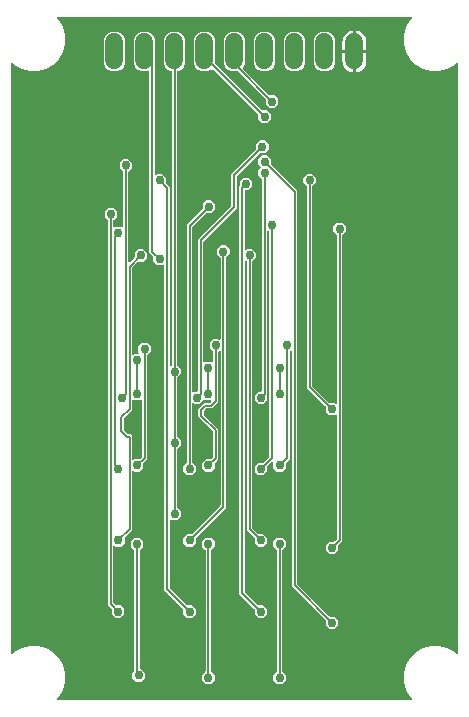
<source format=gbr>
G04 EAGLE Gerber RS-274X export*
G75*
%MOMM*%
%FSLAX34Y34*%
%LPD*%
%INBottom Copper*%
%IPPOS*%
%AMOC8*
5,1,8,0,0,1.08239X$1,22.5*%
G01*
%ADD10C,1.524000*%
%ADD11C,0.756400*%
%ADD12C,0.152400*%

G36*
X349606Y10934D02*
X349606Y10934D01*
X349678Y10936D01*
X349727Y10954D01*
X349778Y10962D01*
X349842Y10996D01*
X349909Y11021D01*
X349950Y11053D01*
X349996Y11078D01*
X350045Y11130D01*
X350101Y11174D01*
X350129Y11218D01*
X350165Y11256D01*
X350195Y11321D01*
X350234Y11381D01*
X350247Y11432D01*
X350269Y11479D01*
X350277Y11550D01*
X350294Y11620D01*
X350290Y11672D01*
X350296Y11723D01*
X350280Y11794D01*
X350275Y11865D01*
X350255Y11913D01*
X350243Y11964D01*
X350207Y12025D01*
X350179Y12091D01*
X350134Y12147D01*
X350117Y12175D01*
X350100Y12190D01*
X350074Y12222D01*
X348666Y13630D01*
X345156Y19709D01*
X343339Y26490D01*
X343339Y33510D01*
X345156Y40291D01*
X348666Y46370D01*
X353630Y51334D01*
X359709Y54844D01*
X366490Y56661D01*
X373510Y56661D01*
X380291Y54844D01*
X386370Y51334D01*
X387778Y49926D01*
X387836Y49884D01*
X387888Y49835D01*
X387935Y49813D01*
X387977Y49783D01*
X388046Y49762D01*
X388111Y49731D01*
X388163Y49726D01*
X388213Y49710D01*
X388284Y49712D01*
X388355Y49704D01*
X388406Y49715D01*
X388458Y49717D01*
X388526Y49741D01*
X388596Y49757D01*
X388641Y49783D01*
X388689Y49801D01*
X388745Y49846D01*
X388807Y49883D01*
X388841Y49922D01*
X388881Y49955D01*
X388920Y50015D01*
X388967Y50070D01*
X388986Y50118D01*
X389014Y50162D01*
X389032Y50231D01*
X389059Y50298D01*
X389067Y50369D01*
X389075Y50400D01*
X389073Y50424D01*
X389077Y50464D01*
X389077Y549536D01*
X389066Y549606D01*
X389064Y549678D01*
X389046Y549727D01*
X389038Y549778D01*
X389004Y549842D01*
X388979Y549909D01*
X388947Y549950D01*
X388922Y549996D01*
X388870Y550045D01*
X388826Y550101D01*
X388782Y550129D01*
X388744Y550165D01*
X388679Y550195D01*
X388619Y550234D01*
X388568Y550247D01*
X388521Y550269D01*
X388450Y550277D01*
X388380Y550294D01*
X388328Y550290D01*
X388277Y550296D01*
X388206Y550280D01*
X388135Y550275D01*
X388087Y550255D01*
X388036Y550243D01*
X387975Y550207D01*
X387909Y550179D01*
X387853Y550134D01*
X387825Y550117D01*
X387810Y550100D01*
X387778Y550074D01*
X386370Y548666D01*
X380291Y545156D01*
X373510Y543339D01*
X366490Y543339D01*
X359709Y545156D01*
X353630Y548666D01*
X348666Y553630D01*
X345156Y559709D01*
X343339Y566490D01*
X343339Y573510D01*
X345156Y580291D01*
X348666Y586370D01*
X350074Y587778D01*
X350116Y587836D01*
X350165Y587888D01*
X350187Y587935D01*
X350217Y587977D01*
X350238Y588046D01*
X350269Y588111D01*
X350274Y588163D01*
X350290Y588213D01*
X350288Y588284D01*
X350296Y588355D01*
X350285Y588406D01*
X350283Y588458D01*
X350259Y588526D01*
X350243Y588596D01*
X350217Y588641D01*
X350199Y588689D01*
X350154Y588745D01*
X350117Y588807D01*
X350078Y588841D01*
X350045Y588881D01*
X349985Y588920D01*
X349930Y588967D01*
X349882Y588986D01*
X349838Y589014D01*
X349769Y589032D01*
X349702Y589059D01*
X349631Y589067D01*
X349600Y589075D01*
X349576Y589073D01*
X349536Y589077D01*
X50464Y589077D01*
X50394Y589066D01*
X50322Y589064D01*
X50273Y589046D01*
X50222Y589038D01*
X50158Y589004D01*
X50091Y588979D01*
X50050Y588947D01*
X50004Y588922D01*
X49955Y588870D01*
X49899Y588826D01*
X49871Y588782D01*
X49835Y588744D01*
X49805Y588679D01*
X49766Y588619D01*
X49753Y588568D01*
X49731Y588521D01*
X49723Y588450D01*
X49706Y588380D01*
X49710Y588328D01*
X49704Y588277D01*
X49720Y588206D01*
X49725Y588135D01*
X49745Y588087D01*
X49757Y588036D01*
X49793Y587975D01*
X49821Y587909D01*
X49866Y587853D01*
X49883Y587825D01*
X49900Y587810D01*
X49926Y587778D01*
X51334Y586370D01*
X54844Y580291D01*
X56661Y573510D01*
X56661Y566490D01*
X54844Y559709D01*
X51334Y553630D01*
X46370Y548666D01*
X40291Y545156D01*
X33510Y543339D01*
X26490Y543339D01*
X19709Y545156D01*
X13630Y548666D01*
X12222Y550074D01*
X12164Y550116D01*
X12112Y550165D01*
X12065Y550187D01*
X12023Y550217D01*
X11954Y550238D01*
X11889Y550269D01*
X11837Y550274D01*
X11787Y550290D01*
X11716Y550288D01*
X11645Y550296D01*
X11594Y550285D01*
X11542Y550283D01*
X11474Y550259D01*
X11404Y550243D01*
X11359Y550217D01*
X11311Y550199D01*
X11255Y550154D01*
X11193Y550117D01*
X11159Y550078D01*
X11119Y550045D01*
X11080Y549985D01*
X11033Y549930D01*
X11014Y549882D01*
X10986Y549838D01*
X10968Y549769D01*
X10941Y549702D01*
X10933Y549631D01*
X10925Y549600D01*
X10927Y549576D01*
X10923Y549536D01*
X10923Y50464D01*
X10934Y50394D01*
X10936Y50322D01*
X10954Y50273D01*
X10962Y50222D01*
X10996Y50158D01*
X11021Y50091D01*
X11053Y50050D01*
X11078Y50004D01*
X11130Y49955D01*
X11174Y49899D01*
X11218Y49871D01*
X11256Y49835D01*
X11321Y49805D01*
X11381Y49766D01*
X11432Y49753D01*
X11479Y49731D01*
X11550Y49723D01*
X11620Y49706D01*
X11672Y49710D01*
X11723Y49704D01*
X11794Y49720D01*
X11865Y49725D01*
X11913Y49745D01*
X11964Y49757D01*
X12025Y49793D01*
X12091Y49821D01*
X12147Y49866D01*
X12175Y49883D01*
X12190Y49900D01*
X12222Y49926D01*
X13630Y51334D01*
X19709Y54844D01*
X26490Y56661D01*
X33510Y56661D01*
X40291Y54844D01*
X46370Y51334D01*
X51334Y46370D01*
X54844Y40291D01*
X56661Y33510D01*
X56661Y26490D01*
X54844Y19709D01*
X51334Y13630D01*
X49926Y12222D01*
X49884Y12164D01*
X49835Y12112D01*
X49813Y12065D01*
X49783Y12023D01*
X49762Y11954D01*
X49731Y11889D01*
X49726Y11837D01*
X49710Y11787D01*
X49712Y11716D01*
X49704Y11645D01*
X49715Y11594D01*
X49717Y11542D01*
X49741Y11474D01*
X49757Y11404D01*
X49783Y11359D01*
X49801Y11311D01*
X49846Y11255D01*
X49883Y11193D01*
X49922Y11159D01*
X49955Y11119D01*
X50015Y11080D01*
X50070Y11033D01*
X50118Y11014D01*
X50162Y10986D01*
X50231Y10968D01*
X50298Y10941D01*
X50369Y10933D01*
X50400Y10925D01*
X50424Y10927D01*
X50464Y10923D01*
X349536Y10923D01*
X349606Y10934D01*
G37*
%LPC*%
G36*
X280377Y70893D02*
X280377Y70893D01*
X277268Y74002D01*
X277268Y77957D01*
X277254Y78048D01*
X277246Y78138D01*
X277234Y78168D01*
X277229Y78200D01*
X277186Y78281D01*
X277150Y78365D01*
X277124Y78397D01*
X277113Y78418D01*
X277090Y78440D01*
X277045Y78496D01*
X248538Y107003D01*
X248538Y305871D01*
X248527Y305941D01*
X248525Y306013D01*
X248507Y306062D01*
X248499Y306113D01*
X248465Y306177D01*
X248440Y306244D01*
X248408Y306285D01*
X248383Y306331D01*
X248332Y306380D01*
X248287Y306436D01*
X248243Y306464D01*
X248205Y306500D01*
X248140Y306530D01*
X248080Y306569D01*
X248029Y306582D01*
X247982Y306604D01*
X247911Y306612D01*
X247841Y306629D01*
X247789Y306625D01*
X247738Y306631D01*
X247667Y306616D01*
X247596Y306610D01*
X247548Y306590D01*
X247497Y306579D01*
X247436Y306542D01*
X247370Y306514D01*
X247314Y306469D01*
X247286Y306452D01*
X247271Y306435D01*
X247239Y306409D01*
X246985Y306155D01*
X246932Y306081D01*
X246872Y306011D01*
X246860Y305981D01*
X246841Y305955D01*
X246814Y305868D01*
X246780Y305783D01*
X246776Y305742D01*
X246769Y305720D01*
X246770Y305688D01*
X246762Y305617D01*
X246762Y214953D01*
X243655Y211846D01*
X243602Y211772D01*
X243542Y211702D01*
X243530Y211672D01*
X243511Y211646D01*
X243484Y211559D01*
X243450Y211474D01*
X243446Y211433D01*
X243439Y211411D01*
X243440Y211379D01*
X243432Y211307D01*
X243432Y207352D01*
X240323Y204243D01*
X235927Y204243D01*
X232818Y207352D01*
X232818Y211872D01*
X232807Y211942D01*
X232805Y212014D01*
X232787Y212063D01*
X232779Y212114D01*
X232745Y212178D01*
X232720Y212245D01*
X232688Y212286D01*
X232663Y212332D01*
X232611Y212381D01*
X232567Y212437D01*
X232523Y212465D01*
X232485Y212501D01*
X232420Y212531D01*
X232360Y212570D01*
X232309Y212583D01*
X232262Y212605D01*
X232191Y212613D01*
X232121Y212630D01*
X232069Y212626D01*
X232018Y212632D01*
X231947Y212617D01*
X231876Y212611D01*
X231828Y212591D01*
X231777Y212580D01*
X231716Y212543D01*
X231650Y212515D01*
X231594Y212470D01*
X231566Y212453D01*
X231551Y212436D01*
X231519Y212410D01*
X227780Y208671D01*
X227727Y208597D01*
X227667Y208527D01*
X227655Y208497D01*
X227636Y208471D01*
X227609Y208384D01*
X227575Y208299D01*
X227571Y208258D01*
X227564Y208236D01*
X227565Y208204D01*
X227557Y208132D01*
X227557Y204177D01*
X224448Y201068D01*
X220052Y201068D01*
X216943Y204177D01*
X216943Y208573D01*
X220052Y211682D01*
X224007Y211682D01*
X224098Y211696D01*
X224188Y211704D01*
X224218Y211716D01*
X224250Y211721D01*
X224331Y211764D01*
X224415Y211800D01*
X224447Y211826D01*
X224468Y211837D01*
X224490Y211860D01*
X224546Y211905D01*
X229265Y216624D01*
X229318Y216698D01*
X229378Y216768D01*
X229390Y216798D01*
X229409Y216824D01*
X229436Y216911D01*
X229470Y216996D01*
X229474Y217037D01*
X229481Y217059D01*
X229480Y217091D01*
X229488Y217163D01*
X229488Y407217D01*
X229474Y407306D01*
X229466Y407397D01*
X229454Y407427D01*
X229449Y407459D01*
X229406Y407540D01*
X229370Y407624D01*
X229344Y407656D01*
X229333Y407677D01*
X229310Y407699D01*
X229265Y407755D01*
X229011Y408009D01*
X228953Y408051D01*
X228901Y408100D01*
X228854Y408122D01*
X228812Y408152D01*
X228743Y408174D01*
X228678Y408204D01*
X228626Y408209D01*
X228576Y408225D01*
X228505Y408223D01*
X228434Y408231D01*
X228383Y408220D01*
X228331Y408218D01*
X228263Y408194D01*
X228193Y408179D01*
X228148Y408152D01*
X228100Y408134D01*
X228044Y408089D01*
X227982Y408052D01*
X227948Y408013D01*
X227908Y407980D01*
X227869Y407920D01*
X227822Y407865D01*
X227803Y407817D01*
X227775Y407773D01*
X227757Y407704D01*
X227730Y407637D01*
X227722Y407566D01*
X227714Y407535D01*
X227716Y407512D01*
X227712Y407471D01*
X227712Y268904D01*
X227667Y268852D01*
X227655Y268822D01*
X227636Y268796D01*
X227609Y268709D01*
X227575Y268624D01*
X227571Y268583D01*
X227564Y268561D01*
X227565Y268529D01*
X227557Y268457D01*
X227557Y264502D01*
X224448Y261393D01*
X220052Y261393D01*
X216943Y264502D01*
X216943Y268898D01*
X220052Y272007D01*
X222377Y272007D01*
X222397Y272010D01*
X222416Y272008D01*
X222518Y272030D01*
X222620Y272046D01*
X222637Y272056D01*
X222657Y272060D01*
X222746Y272113D01*
X222837Y272162D01*
X222851Y272176D01*
X222868Y272186D01*
X222935Y272265D01*
X223007Y272340D01*
X223015Y272358D01*
X223028Y272373D01*
X223067Y272469D01*
X223110Y272563D01*
X223112Y272583D01*
X223120Y272601D01*
X223138Y272768D01*
X223138Y451667D01*
X223124Y451757D01*
X223116Y451848D01*
X223104Y451877D01*
X223099Y451909D01*
X223056Y451990D01*
X223020Y452074D01*
X222994Y452106D01*
X222983Y452127D01*
X222960Y452149D01*
X222944Y452169D01*
X222939Y452177D01*
X222934Y452182D01*
X222915Y452205D01*
X220118Y455002D01*
X220118Y459398D01*
X222144Y461424D01*
X222156Y461440D01*
X222172Y461453D01*
X222228Y461540D01*
X222288Y461624D01*
X222294Y461643D01*
X222305Y461660D01*
X222330Y461760D01*
X222360Y461859D01*
X222360Y461879D01*
X222365Y461898D01*
X222357Y462001D01*
X222354Y462105D01*
X222347Y462124D01*
X222345Y462144D01*
X222305Y462238D01*
X222269Y462336D01*
X222257Y462352D01*
X222249Y462370D01*
X222144Y462501D01*
X220118Y464527D01*
X220118Y468923D01*
X223227Y472032D01*
X227623Y472032D01*
X230732Y468923D01*
X230732Y464968D01*
X230746Y464877D01*
X230754Y464787D01*
X230766Y464757D01*
X230771Y464725D01*
X230814Y464644D01*
X230850Y464560D01*
X230876Y464528D01*
X230887Y464507D01*
X230910Y464485D01*
X230955Y464429D01*
X253112Y442272D01*
X253112Y109213D01*
X253126Y109122D01*
X253134Y109032D01*
X253146Y109002D01*
X253151Y108970D01*
X253194Y108889D01*
X253230Y108805D01*
X253256Y108773D01*
X253267Y108752D01*
X253290Y108730D01*
X253335Y108674D01*
X280279Y81730D01*
X280353Y81677D01*
X280423Y81617D01*
X280453Y81605D01*
X280479Y81586D01*
X280566Y81559D01*
X280651Y81525D01*
X280692Y81521D01*
X280714Y81514D01*
X280746Y81515D01*
X280818Y81507D01*
X284773Y81507D01*
X287882Y78398D01*
X287882Y74002D01*
X284773Y70893D01*
X280377Y70893D01*
G37*
%LPD*%
%LPC*%
G36*
X99402Y80418D02*
X99402Y80418D01*
X96293Y83527D01*
X96293Y87482D01*
X96279Y87573D01*
X96271Y87663D01*
X96259Y87693D01*
X96254Y87725D01*
X96211Y87806D01*
X96175Y87890D01*
X96149Y87922D01*
X96138Y87943D01*
X96115Y87965D01*
X96070Y88021D01*
X92963Y91128D01*
X92963Y416742D01*
X92949Y416832D01*
X92941Y416923D01*
X92929Y416952D01*
X92924Y416984D01*
X92881Y417065D01*
X92845Y417149D01*
X92819Y417181D01*
X92808Y417202D01*
X92785Y417224D01*
X92740Y417280D01*
X89943Y420077D01*
X89943Y424473D01*
X93052Y427582D01*
X97448Y427582D01*
X100557Y424473D01*
X100557Y420077D01*
X97760Y417280D01*
X97707Y417206D01*
X97647Y417136D01*
X97635Y417106D01*
X97616Y417080D01*
X97589Y416993D01*
X97555Y416908D01*
X97551Y416867D01*
X97544Y416845D01*
X97545Y416813D01*
X97537Y416742D01*
X97537Y411679D01*
X97548Y411609D01*
X97550Y411537D01*
X97568Y411488D01*
X97576Y411437D01*
X97610Y411373D01*
X97635Y411306D01*
X97667Y411265D01*
X97692Y411219D01*
X97744Y411170D01*
X97788Y411114D01*
X97832Y411086D01*
X97870Y411050D01*
X97935Y411020D01*
X97995Y410981D01*
X98046Y410968D01*
X98093Y410946D01*
X98164Y410938D01*
X98234Y410921D01*
X98286Y410925D01*
X98337Y410919D01*
X98408Y410934D01*
X98479Y410940D01*
X98527Y410960D01*
X98578Y410971D01*
X98639Y411008D01*
X98705Y411036D01*
X98761Y411081D01*
X98789Y411098D01*
X98804Y411115D01*
X98836Y411141D01*
X99402Y411707D01*
X103798Y411707D01*
X104364Y411141D01*
X104422Y411099D01*
X104474Y411050D01*
X104521Y411028D01*
X104563Y410998D01*
X104632Y410976D01*
X104697Y410946D01*
X104749Y410941D01*
X104799Y410925D01*
X104870Y410927D01*
X104941Y410919D01*
X104992Y410930D01*
X105044Y410932D01*
X105112Y410956D01*
X105182Y410971D01*
X105227Y410998D01*
X105275Y411016D01*
X105331Y411061D01*
X105393Y411098D01*
X105427Y411137D01*
X105467Y411170D01*
X105506Y411230D01*
X105553Y411285D01*
X105572Y411333D01*
X105600Y411377D01*
X105618Y411446D01*
X105645Y411513D01*
X105653Y411584D01*
X105661Y411615D01*
X105659Y411638D01*
X105663Y411679D01*
X105663Y458017D01*
X105649Y458107D01*
X105641Y458198D01*
X105629Y458227D01*
X105624Y458259D01*
X105581Y458340D01*
X105545Y458424D01*
X105519Y458456D01*
X105508Y458477D01*
X105485Y458499D01*
X105440Y458555D01*
X102643Y461352D01*
X102643Y465748D01*
X105752Y468857D01*
X110148Y468857D01*
X113257Y465748D01*
X113257Y461352D01*
X110460Y458555D01*
X110407Y458481D01*
X110347Y458411D01*
X110335Y458381D01*
X110316Y458355D01*
X110289Y458268D01*
X110255Y458183D01*
X110251Y458142D01*
X110244Y458120D01*
X110245Y458088D01*
X110237Y458017D01*
X110237Y382008D01*
X110248Y381938D01*
X110250Y381866D01*
X110268Y381817D01*
X110276Y381766D01*
X110310Y381702D01*
X110335Y381635D01*
X110367Y381594D01*
X110392Y381548D01*
X110444Y381499D01*
X110488Y381443D01*
X110532Y381415D01*
X110570Y381379D01*
X110635Y381349D01*
X110695Y381310D01*
X110746Y381297D01*
X110793Y381275D01*
X110864Y381267D01*
X110934Y381250D01*
X110986Y381254D01*
X111037Y381248D01*
X111108Y381263D01*
X111179Y381269D01*
X111227Y381289D01*
X111278Y381300D01*
X111339Y381337D01*
X111405Y381365D01*
X111461Y381410D01*
X111489Y381427D01*
X111504Y381444D01*
X111536Y381470D01*
X115120Y385054D01*
X115173Y385128D01*
X115233Y385198D01*
X115245Y385228D01*
X115264Y385254D01*
X115291Y385341D01*
X115325Y385426D01*
X115329Y385467D01*
X115336Y385489D01*
X115335Y385521D01*
X115343Y385593D01*
X115343Y389548D01*
X118452Y392657D01*
X122848Y392657D01*
X125957Y389548D01*
X125957Y385152D01*
X122848Y382043D01*
X118893Y382043D01*
X118802Y382029D01*
X118712Y382021D01*
X118682Y382009D01*
X118650Y382004D01*
X118569Y381961D01*
X118485Y381925D01*
X118453Y381899D01*
X118432Y381888D01*
X118410Y381865D01*
X118354Y381820D01*
X113635Y377101D01*
X113582Y377027D01*
X113522Y376957D01*
X113510Y376927D01*
X113491Y376901D01*
X113464Y376814D01*
X113430Y376729D01*
X113426Y376688D01*
X113419Y376666D01*
X113420Y376634D01*
X113412Y376562D01*
X113412Y303729D01*
X113423Y303659D01*
X113425Y303587D01*
X113443Y303538D01*
X113451Y303487D01*
X113485Y303423D01*
X113510Y303356D01*
X113542Y303315D01*
X113567Y303269D01*
X113619Y303220D01*
X113663Y303164D01*
X113707Y303136D01*
X113745Y303100D01*
X113810Y303070D01*
X113870Y303031D01*
X113921Y303018D01*
X113968Y302996D01*
X114039Y302988D01*
X114109Y302971D01*
X114161Y302975D01*
X114212Y302969D01*
X114283Y302984D01*
X114354Y302990D01*
X114402Y303010D01*
X114453Y303021D01*
X114514Y303058D01*
X114580Y303086D01*
X114636Y303131D01*
X114664Y303148D01*
X114679Y303165D01*
X114711Y303191D01*
X115277Y303757D01*
X118701Y303757D01*
X118771Y303768D01*
X118843Y303770D01*
X118892Y303788D01*
X118943Y303796D01*
X119007Y303830D01*
X119074Y303855D01*
X119115Y303887D01*
X119161Y303912D01*
X119210Y303964D01*
X119266Y304008D01*
X119294Y304052D01*
X119330Y304090D01*
X119360Y304155D01*
X119399Y304215D01*
X119412Y304266D01*
X119434Y304313D01*
X119442Y304384D01*
X119459Y304454D01*
X119455Y304506D01*
X119461Y304557D01*
X119446Y304628D01*
X119440Y304699D01*
X119420Y304747D01*
X119409Y304798D01*
X119372Y304859D01*
X119344Y304925D01*
X119299Y304981D01*
X119282Y305009D01*
X119265Y305024D01*
X119239Y305056D01*
X118518Y305777D01*
X118518Y310173D01*
X121627Y313282D01*
X126023Y313282D01*
X129132Y310173D01*
X129132Y305777D01*
X126335Y302980D01*
X126287Y302913D01*
X126283Y302910D01*
X126282Y302906D01*
X126222Y302836D01*
X126210Y302806D01*
X126191Y302780D01*
X126164Y302693D01*
X126130Y302608D01*
X126126Y302567D01*
X126119Y302545D01*
X126120Y302513D01*
X126112Y302442D01*
X126112Y214953D01*
X123005Y211846D01*
X122952Y211772D01*
X122892Y211702D01*
X122880Y211672D01*
X122861Y211646D01*
X122834Y211559D01*
X122800Y211474D01*
X122796Y211433D01*
X122789Y211411D01*
X122790Y211379D01*
X122782Y211307D01*
X122782Y207352D01*
X119673Y204243D01*
X115277Y204243D01*
X114711Y204809D01*
X114653Y204851D01*
X114601Y204900D01*
X114554Y204922D01*
X114512Y204952D01*
X114443Y204974D01*
X114378Y205004D01*
X114326Y205009D01*
X114276Y205025D01*
X114205Y205023D01*
X114134Y205031D01*
X114083Y205020D01*
X114031Y205018D01*
X113963Y204994D01*
X113893Y204979D01*
X113848Y204952D01*
X113800Y204934D01*
X113744Y204889D01*
X113682Y204852D01*
X113648Y204813D01*
X113608Y204780D01*
X113569Y204720D01*
X113522Y204665D01*
X113503Y204617D01*
X113475Y204573D01*
X113457Y204504D01*
X113430Y204437D01*
X113422Y204366D01*
X113414Y204335D01*
X113416Y204312D01*
X113412Y204271D01*
X113412Y154628D01*
X107130Y148346D01*
X107077Y148272D01*
X107017Y148202D01*
X107005Y148172D01*
X106986Y148146D01*
X106959Y148059D01*
X106925Y147974D01*
X106921Y147933D01*
X106914Y147911D01*
X106915Y147879D01*
X106907Y147807D01*
X106907Y143852D01*
X103798Y140743D01*
X99402Y140743D01*
X98836Y141309D01*
X98778Y141351D01*
X98726Y141400D01*
X98679Y141422D01*
X98637Y141452D01*
X98568Y141474D01*
X98503Y141504D01*
X98451Y141509D01*
X98401Y141525D01*
X98330Y141523D01*
X98259Y141531D01*
X98208Y141520D01*
X98156Y141518D01*
X98088Y141494D01*
X98018Y141479D01*
X97973Y141452D01*
X97925Y141434D01*
X97869Y141389D01*
X97807Y141352D01*
X97773Y141313D01*
X97733Y141280D01*
X97694Y141220D01*
X97647Y141165D01*
X97628Y141117D01*
X97600Y141073D01*
X97582Y141004D01*
X97555Y140937D01*
X97547Y140866D01*
X97539Y140835D01*
X97541Y140812D01*
X97537Y140771D01*
X97537Y93338D01*
X97551Y93247D01*
X97559Y93157D01*
X97571Y93127D01*
X97576Y93095D01*
X97619Y93014D01*
X97655Y92930D01*
X97681Y92898D01*
X97692Y92877D01*
X97715Y92855D01*
X97760Y92799D01*
X99304Y91255D01*
X99378Y91202D01*
X99448Y91142D01*
X99478Y91130D01*
X99504Y91111D01*
X99591Y91084D01*
X99676Y91050D01*
X99717Y91046D01*
X99739Y91039D01*
X99771Y91040D01*
X99843Y91032D01*
X103798Y91032D01*
X106907Y87923D01*
X106907Y83527D01*
X103798Y80418D01*
X99402Y80418D01*
G37*
%LPD*%
%LPC*%
G36*
X159727Y80418D02*
X159727Y80418D01*
X156618Y83527D01*
X156618Y87483D01*
X156604Y87573D01*
X156596Y87664D01*
X156584Y87693D01*
X156579Y87725D01*
X156536Y87806D01*
X156500Y87890D01*
X156474Y87922D01*
X156463Y87943D01*
X156440Y87965D01*
X156395Y88021D01*
X142151Y102265D01*
X140588Y103828D01*
X140588Y378896D01*
X140577Y378966D01*
X140575Y379038D01*
X140557Y379087D01*
X140549Y379138D01*
X140515Y379202D01*
X140490Y379269D01*
X140458Y379310D01*
X140433Y379356D01*
X140381Y379405D01*
X140337Y379461D01*
X140293Y379489D01*
X140255Y379525D01*
X140190Y379555D01*
X140130Y379594D01*
X140079Y379607D01*
X140032Y379629D01*
X139961Y379637D01*
X139891Y379654D01*
X139839Y379650D01*
X139788Y379656D01*
X139717Y379641D01*
X139646Y379635D01*
X139598Y379615D01*
X139547Y379604D01*
X139486Y379567D01*
X139420Y379539D01*
X139364Y379494D01*
X139336Y379477D01*
X139321Y379460D01*
X139289Y379434D01*
X138723Y378868D01*
X134327Y378868D01*
X131218Y381977D01*
X131218Y385932D01*
X131204Y386023D01*
X131196Y386113D01*
X131184Y386143D01*
X131179Y386175D01*
X131136Y386256D01*
X131100Y386340D01*
X131074Y386372D01*
X131063Y386393D01*
X131040Y386415D01*
X130995Y386471D01*
X127888Y389578D01*
X127888Y543036D01*
X127881Y543081D01*
X127883Y543127D01*
X127861Y543202D01*
X127849Y543279D01*
X127827Y543319D01*
X127814Y543363D01*
X127770Y543427D01*
X127733Y543496D01*
X127700Y543528D01*
X127674Y543565D01*
X127612Y543612D01*
X127555Y543665D01*
X127513Y543685D01*
X127477Y543712D01*
X127403Y543736D01*
X127332Y543769D01*
X127286Y543774D01*
X127243Y543788D01*
X127165Y543788D01*
X127088Y543796D01*
X127043Y543786D01*
X126997Y543786D01*
X126865Y543748D01*
X126847Y543744D01*
X126843Y543741D01*
X126836Y543739D01*
X125619Y543235D01*
X121981Y543235D01*
X118620Y544627D01*
X116047Y547200D01*
X114655Y550561D01*
X114655Y569439D01*
X116047Y572800D01*
X118620Y575373D01*
X121981Y576765D01*
X125619Y576765D01*
X128980Y575373D01*
X131553Y572800D01*
X132945Y569439D01*
X132945Y550561D01*
X132520Y549535D01*
X132505Y549471D01*
X132480Y549410D01*
X132471Y549327D01*
X132464Y549295D01*
X132465Y549276D01*
X132462Y549244D01*
X132462Y456129D01*
X132473Y456059D01*
X132475Y455987D01*
X132493Y455938D01*
X132501Y455887D01*
X132535Y455823D01*
X132560Y455756D01*
X132592Y455715D01*
X132617Y455669D01*
X132669Y455620D01*
X132713Y455564D01*
X132757Y455536D01*
X132795Y455500D01*
X132860Y455470D01*
X132920Y455431D01*
X132971Y455418D01*
X133018Y455396D01*
X133089Y455388D01*
X133159Y455371D01*
X133211Y455375D01*
X133262Y455369D01*
X133333Y455384D01*
X133404Y455390D01*
X133452Y455410D01*
X133503Y455421D01*
X133564Y455458D01*
X133630Y455486D01*
X133686Y455531D01*
X133714Y455548D01*
X133729Y455565D01*
X133761Y455591D01*
X134327Y456157D01*
X138723Y456157D01*
X141832Y453048D01*
X141832Y449093D01*
X141846Y449002D01*
X141854Y448912D01*
X141866Y448882D01*
X141871Y448850D01*
X141914Y448769D01*
X141950Y448685D01*
X141976Y448653D01*
X141987Y448632D01*
X142010Y448610D01*
X142055Y448554D01*
X145162Y445447D01*
X145162Y294204D01*
X145173Y294134D01*
X145175Y294062D01*
X145193Y294013D01*
X145201Y293962D01*
X145235Y293898D01*
X145260Y293831D01*
X145292Y293790D01*
X145317Y293744D01*
X145368Y293695D01*
X145413Y293639D01*
X145457Y293611D01*
X145495Y293575D01*
X145560Y293545D01*
X145620Y293506D01*
X145671Y293493D01*
X145718Y293471D01*
X145789Y293463D01*
X145859Y293446D01*
X145911Y293450D01*
X145962Y293444D01*
X146033Y293459D01*
X146104Y293465D01*
X146152Y293485D01*
X146203Y293496D01*
X146264Y293533D01*
X146330Y293561D01*
X146386Y293606D01*
X146414Y293623D01*
X146429Y293640D01*
X146461Y293666D01*
X146715Y293920D01*
X146768Y293994D01*
X146828Y294064D01*
X146840Y294094D01*
X146859Y294120D01*
X146886Y294207D01*
X146920Y294292D01*
X146924Y294333D01*
X146931Y294355D01*
X146930Y294387D01*
X146938Y294458D01*
X146938Y542910D01*
X146919Y543025D01*
X146902Y543141D01*
X146900Y543147D01*
X146899Y543153D01*
X146844Y543255D01*
X146791Y543360D01*
X146786Y543365D01*
X146783Y543370D01*
X146699Y543450D01*
X146615Y543532D01*
X146609Y543536D01*
X146605Y543540D01*
X146588Y543547D01*
X146468Y543613D01*
X144020Y544627D01*
X141447Y547200D01*
X140055Y550561D01*
X140055Y569439D01*
X141447Y572800D01*
X144020Y575373D01*
X147381Y576765D01*
X151019Y576765D01*
X154380Y575373D01*
X156953Y572800D01*
X158345Y569439D01*
X158345Y550561D01*
X156953Y547200D01*
X154380Y544627D01*
X151982Y543634D01*
X151882Y543572D01*
X151782Y543513D01*
X151778Y543508D01*
X151773Y543504D01*
X151698Y543414D01*
X151622Y543326D01*
X151620Y543320D01*
X151616Y543315D01*
X151574Y543207D01*
X151530Y543097D01*
X151529Y543090D01*
X151528Y543085D01*
X151527Y543067D01*
X151512Y542931D01*
X151512Y294458D01*
X151526Y294368D01*
X151534Y294277D01*
X151546Y294248D01*
X151551Y294216D01*
X151594Y294135D01*
X151630Y294051D01*
X151656Y294019D01*
X151667Y293998D01*
X151690Y293976D01*
X151735Y293920D01*
X154532Y291123D01*
X154532Y286727D01*
X151735Y283930D01*
X151682Y283856D01*
X151622Y283786D01*
X151610Y283756D01*
X151591Y283730D01*
X151564Y283643D01*
X151530Y283558D01*
X151526Y283517D01*
X151519Y283495D01*
X151520Y283463D01*
X151512Y283392D01*
X151512Y234133D01*
X151526Y234043D01*
X151534Y233952D01*
X151546Y233923D01*
X151551Y233891D01*
X151594Y233810D01*
X151630Y233726D01*
X151656Y233694D01*
X151667Y233673D01*
X151690Y233651D01*
X151735Y233595D01*
X154532Y230798D01*
X154532Y226402D01*
X151735Y223605D01*
X151682Y223531D01*
X151622Y223461D01*
X151610Y223431D01*
X151591Y223405D01*
X151564Y223318D01*
X151530Y223233D01*
X151526Y223192D01*
X151519Y223170D01*
X151520Y223138D01*
X151512Y223067D01*
X151512Y173808D01*
X151514Y173798D01*
X151513Y173791D01*
X151520Y173756D01*
X151526Y173718D01*
X151534Y173627D01*
X151546Y173598D01*
X151551Y173566D01*
X151594Y173485D01*
X151630Y173401D01*
X151656Y173369D01*
X151667Y173348D01*
X151690Y173326D01*
X151735Y173270D01*
X154532Y170473D01*
X154532Y166077D01*
X151423Y162968D01*
X147027Y162968D01*
X146461Y163534D01*
X146403Y163576D01*
X146351Y163625D01*
X146304Y163647D01*
X146262Y163677D01*
X146193Y163699D01*
X146128Y163729D01*
X146076Y163734D01*
X146026Y163750D01*
X145955Y163748D01*
X145884Y163756D01*
X145833Y163745D01*
X145781Y163743D01*
X145713Y163719D01*
X145643Y163704D01*
X145598Y163677D01*
X145550Y163659D01*
X145494Y163614D01*
X145432Y163577D01*
X145398Y163538D01*
X145358Y163505D01*
X145319Y163445D01*
X145272Y163390D01*
X145253Y163342D01*
X145225Y163298D01*
X145207Y163229D01*
X145180Y163162D01*
X145172Y163091D01*
X145164Y163060D01*
X145166Y163037D01*
X145162Y162996D01*
X145162Y106038D01*
X145176Y105947D01*
X145184Y105857D01*
X145196Y105827D01*
X145201Y105795D01*
X145244Y105714D01*
X145280Y105630D01*
X145306Y105598D01*
X145317Y105577D01*
X145340Y105555D01*
X145385Y105499D01*
X159629Y91255D01*
X159703Y91202D01*
X159773Y91142D01*
X159803Y91130D01*
X159829Y91111D01*
X159916Y91084D01*
X160001Y91050D01*
X160042Y91046D01*
X160064Y91039D01*
X160096Y91040D01*
X160167Y91032D01*
X164123Y91032D01*
X167232Y87923D01*
X167232Y83527D01*
X164123Y80418D01*
X159727Y80418D01*
G37*
%LPD*%
%LPC*%
G36*
X159727Y140743D02*
X159727Y140743D01*
X156618Y143852D01*
X156618Y148248D01*
X159727Y151357D01*
X163682Y151357D01*
X163773Y151371D01*
X163863Y151379D01*
X163893Y151391D01*
X163925Y151396D01*
X164006Y151439D01*
X164090Y151475D01*
X164122Y151501D01*
X164143Y151512D01*
X164165Y151535D01*
X164221Y151580D01*
X187990Y175349D01*
X188043Y175423D01*
X188103Y175493D01*
X188115Y175523D01*
X188134Y175549D01*
X188161Y175636D01*
X188195Y175721D01*
X188199Y175762D01*
X188206Y175784D01*
X188205Y175816D01*
X188213Y175888D01*
X188213Y305871D01*
X188202Y305941D01*
X188200Y306013D01*
X188182Y306062D01*
X188174Y306113D01*
X188140Y306177D01*
X188115Y306244D01*
X188083Y306285D01*
X188058Y306331D01*
X188007Y306380D01*
X187962Y306436D01*
X187918Y306464D01*
X187880Y306500D01*
X187815Y306530D01*
X187755Y306569D01*
X187704Y306582D01*
X187657Y306604D01*
X187586Y306612D01*
X187516Y306629D01*
X187464Y306625D01*
X187413Y306631D01*
X187342Y306616D01*
X187271Y306610D01*
X187223Y306590D01*
X187172Y306579D01*
X187111Y306542D01*
X187045Y306514D01*
X186989Y306469D01*
X186961Y306452D01*
X186946Y306435D01*
X186914Y306409D01*
X186660Y306155D01*
X186607Y306081D01*
X186547Y306011D01*
X186535Y305981D01*
X186516Y305955D01*
X186489Y305868D01*
X186455Y305783D01*
X186451Y305742D01*
X186444Y305720D01*
X186445Y305688D01*
X186437Y305617D01*
X186437Y263213D01*
X181005Y257781D01*
X176549Y257781D01*
X176459Y257767D01*
X176368Y257759D01*
X176338Y257747D01*
X176306Y257742D01*
X176226Y257699D01*
X176142Y257663D01*
X176110Y257637D01*
X176089Y257626D01*
X176067Y257603D01*
X176011Y257558D01*
X174242Y255789D01*
X174195Y255724D01*
X174183Y255712D01*
X174181Y255706D01*
X174129Y255646D01*
X174117Y255616D01*
X174098Y255590D01*
X174071Y255503D01*
X174037Y255418D01*
X174033Y255377D01*
X174026Y255354D01*
X174027Y255322D01*
X174019Y255251D01*
X174019Y252749D01*
X174033Y252659D01*
X174041Y252568D01*
X174053Y252538D01*
X174058Y252506D01*
X174101Y252426D01*
X174137Y252342D01*
X174163Y252310D01*
X174174Y252289D01*
X174197Y252267D01*
X174242Y252211D01*
X186437Y240016D01*
X186437Y214953D01*
X184874Y213390D01*
X183330Y211846D01*
X183277Y211772D01*
X183217Y211702D01*
X183205Y211672D01*
X183186Y211646D01*
X183159Y211559D01*
X183125Y211474D01*
X183121Y211433D01*
X183114Y211411D01*
X183115Y211379D01*
X183107Y211307D01*
X183107Y207352D01*
X179998Y204243D01*
X175602Y204243D01*
X172493Y207352D01*
X172493Y211748D01*
X175602Y214857D01*
X179557Y214857D01*
X179648Y214871D01*
X179738Y214879D01*
X179768Y214891D01*
X179800Y214896D01*
X179881Y214939D01*
X179965Y214975D01*
X179997Y215001D01*
X180018Y215012D01*
X180040Y215035D01*
X180096Y215080D01*
X181640Y216624D01*
X181693Y216698D01*
X181753Y216768D01*
X181765Y216798D01*
X181784Y216824D01*
X181811Y216911D01*
X181845Y216996D01*
X181849Y217037D01*
X181856Y217059D01*
X181855Y217091D01*
X181863Y217162D01*
X181863Y237806D01*
X181862Y237813D01*
X181862Y237815D01*
X181861Y237822D01*
X181849Y237896D01*
X181841Y237987D01*
X181829Y238017D01*
X181824Y238049D01*
X181781Y238129D01*
X181745Y238213D01*
X181719Y238245D01*
X181708Y238266D01*
X181685Y238288D01*
X181640Y238344D01*
X169445Y250539D01*
X169445Y257461D01*
X174339Y262355D01*
X178795Y262355D01*
X178885Y262369D01*
X178976Y262377D01*
X179006Y262389D01*
X179038Y262394D01*
X179119Y262437D01*
X179203Y262473D01*
X179235Y262499D01*
X179256Y262510D01*
X179278Y262533D01*
X179334Y262578D01*
X180025Y263269D01*
X180067Y263327D01*
X180116Y263379D01*
X180138Y263426D01*
X180168Y263468D01*
X180189Y263537D01*
X180220Y263602D01*
X180225Y263654D01*
X180241Y263704D01*
X180239Y263775D01*
X180247Y263846D01*
X180236Y263897D01*
X180234Y263949D01*
X180210Y264017D01*
X180195Y264087D01*
X180168Y264132D01*
X180150Y264180D01*
X180105Y264236D01*
X180068Y264298D01*
X180029Y264332D01*
X179996Y264372D01*
X179936Y264411D01*
X179881Y264458D01*
X179833Y264477D01*
X179789Y264505D01*
X179720Y264523D01*
X179653Y264550D01*
X179582Y264558D01*
X179551Y264566D01*
X179527Y264564D01*
X179487Y264568D01*
X175602Y264568D01*
X174881Y265289D01*
X174823Y265331D01*
X174771Y265380D01*
X174724Y265402D01*
X174682Y265432D01*
X174613Y265454D01*
X174548Y265484D01*
X174496Y265489D01*
X174446Y265505D01*
X174375Y265503D01*
X174304Y265511D01*
X174253Y265500D01*
X174201Y265498D01*
X174133Y265474D01*
X174063Y265459D01*
X174018Y265432D01*
X173970Y265414D01*
X173914Y265369D01*
X173852Y265332D01*
X173818Y265293D01*
X173778Y265260D01*
X173739Y265200D01*
X173692Y265145D01*
X173673Y265097D01*
X173645Y265053D01*
X173627Y264984D01*
X173600Y264917D01*
X173592Y264846D01*
X173584Y264815D01*
X173586Y264792D01*
X173582Y264751D01*
X173582Y264502D01*
X170473Y261393D01*
X166077Y261393D01*
X165511Y261959D01*
X165453Y262001D01*
X165401Y262050D01*
X165354Y262072D01*
X165312Y262102D01*
X165243Y262124D01*
X165178Y262154D01*
X165126Y262159D01*
X165076Y262175D01*
X165005Y262173D01*
X164934Y262181D01*
X164883Y262170D01*
X164831Y262168D01*
X164763Y262144D01*
X164693Y262129D01*
X164648Y262102D01*
X164600Y262084D01*
X164544Y262039D01*
X164482Y262002D01*
X164448Y261963D01*
X164408Y261930D01*
X164369Y261870D01*
X164322Y261815D01*
X164303Y261767D01*
X164275Y261723D01*
X164257Y261654D01*
X164230Y261587D01*
X164222Y261516D01*
X164214Y261485D01*
X164216Y261462D01*
X164212Y261421D01*
X164212Y211908D01*
X164226Y211818D01*
X164234Y211727D01*
X164246Y211698D01*
X164251Y211666D01*
X164294Y211585D01*
X164330Y211501D01*
X164356Y211469D01*
X164367Y211448D01*
X164390Y211426D01*
X164400Y211414D01*
X164407Y211402D01*
X164415Y211395D01*
X164435Y211370D01*
X167232Y208573D01*
X167232Y204177D01*
X164123Y201068D01*
X159727Y201068D01*
X156618Y204177D01*
X156618Y208573D01*
X159415Y211370D01*
X159460Y211432D01*
X159491Y211465D01*
X159496Y211477D01*
X159528Y211514D01*
X159540Y211544D01*
X159559Y211570D01*
X159586Y211657D01*
X159620Y211742D01*
X159624Y211783D01*
X159631Y211805D01*
X159630Y211837D01*
X159638Y211908D01*
X159638Y413222D01*
X172745Y426329D01*
X172798Y426403D01*
X172858Y426473D01*
X172870Y426503D01*
X172889Y426529D01*
X172916Y426616D01*
X172950Y426701D01*
X172954Y426742D01*
X172961Y426764D01*
X172960Y426796D01*
X172968Y426868D01*
X172968Y430823D01*
X176077Y433932D01*
X180473Y433932D01*
X183582Y430823D01*
X183582Y426427D01*
X180473Y423318D01*
X176518Y423318D01*
X176427Y423304D01*
X176337Y423296D01*
X176307Y423284D01*
X176275Y423279D01*
X176194Y423236D01*
X176110Y423200D01*
X176078Y423174D01*
X176057Y423163D01*
X176035Y423140D01*
X175979Y423095D01*
X164435Y411551D01*
X164382Y411477D01*
X164322Y411407D01*
X164310Y411377D01*
X164291Y411351D01*
X164264Y411264D01*
X164230Y411179D01*
X164226Y411138D01*
X164219Y411116D01*
X164220Y411084D01*
X164212Y411012D01*
X164212Y271979D01*
X164223Y271909D01*
X164225Y271837D01*
X164243Y271788D01*
X164251Y271737D01*
X164285Y271673D01*
X164310Y271606D01*
X164342Y271565D01*
X164367Y271519D01*
X164419Y271470D01*
X164463Y271414D01*
X164507Y271386D01*
X164545Y271350D01*
X164610Y271320D01*
X164670Y271281D01*
X164721Y271268D01*
X164768Y271246D01*
X164839Y271238D01*
X164909Y271221D01*
X164961Y271225D01*
X165012Y271219D01*
X165083Y271234D01*
X165154Y271240D01*
X165202Y271260D01*
X165253Y271271D01*
X165314Y271308D01*
X165380Y271336D01*
X165436Y271381D01*
X165464Y271398D01*
X165479Y271415D01*
X165511Y271441D01*
X166077Y272007D01*
X168402Y272007D01*
X168422Y272010D01*
X168441Y272008D01*
X168543Y272030D01*
X168645Y272046D01*
X168662Y272056D01*
X168682Y272060D01*
X168771Y272113D01*
X168862Y272162D01*
X168876Y272176D01*
X168893Y272186D01*
X168960Y272265D01*
X169032Y272340D01*
X169040Y272358D01*
X169053Y272373D01*
X169092Y272469D01*
X169135Y272563D01*
X169137Y272583D01*
X169145Y272601D01*
X169163Y272768D01*
X169163Y400947D01*
X197078Y428862D01*
X197131Y428936D01*
X197190Y429005D01*
X197203Y429035D01*
X197221Y429061D01*
X197248Y429148D01*
X197282Y429233D01*
X197287Y429274D01*
X197294Y429297D01*
X197293Y429329D01*
X197301Y429400D01*
X197301Y456440D01*
X217990Y477129D01*
X218043Y477203D01*
X218103Y477273D01*
X218115Y477303D01*
X218134Y477329D01*
X218161Y477416D01*
X218195Y477501D01*
X218199Y477542D01*
X218206Y477564D01*
X218205Y477596D01*
X218213Y477668D01*
X218213Y481623D01*
X221322Y484732D01*
X225718Y484732D01*
X228827Y481623D01*
X228827Y477227D01*
X225718Y474118D01*
X221763Y474118D01*
X221672Y474104D01*
X221582Y474096D01*
X221552Y474084D01*
X221520Y474079D01*
X221439Y474036D01*
X221355Y474000D01*
X221323Y473974D01*
X221302Y473963D01*
X221280Y473940D01*
X221224Y473895D01*
X202097Y454768D01*
X202044Y454694D01*
X201985Y454625D01*
X201972Y454595D01*
X201954Y454569D01*
X201927Y454482D01*
X201893Y454397D01*
X201888Y454356D01*
X201881Y454333D01*
X201882Y454301D01*
X201874Y454230D01*
X201874Y427190D01*
X173960Y399276D01*
X173907Y399202D01*
X173847Y399132D01*
X173835Y399102D01*
X173816Y399076D01*
X173789Y398989D01*
X173755Y398904D01*
X173751Y398863D01*
X173744Y398841D01*
X173745Y398809D01*
X173737Y398737D01*
X173737Y297379D01*
X173748Y297309D01*
X173750Y297237D01*
X173768Y297188D01*
X173776Y297137D01*
X173810Y297073D01*
X173835Y297006D01*
X173867Y296965D01*
X173892Y296919D01*
X173944Y296870D01*
X173988Y296814D01*
X174032Y296786D01*
X174070Y296750D01*
X174135Y296720D01*
X174195Y296681D01*
X174246Y296668D01*
X174293Y296646D01*
X174364Y296638D01*
X174434Y296621D01*
X174486Y296625D01*
X174537Y296619D01*
X174608Y296634D01*
X174679Y296640D01*
X174727Y296660D01*
X174778Y296671D01*
X174839Y296708D01*
X174905Y296736D01*
X174961Y296781D01*
X174989Y296798D01*
X175004Y296815D01*
X175036Y296841D01*
X175602Y297407D01*
X179998Y297407D01*
X180564Y296841D01*
X180622Y296799D01*
X180674Y296750D01*
X180721Y296728D01*
X180763Y296698D01*
X180832Y296676D01*
X180897Y296646D01*
X180949Y296641D01*
X180999Y296625D01*
X181070Y296627D01*
X181141Y296619D01*
X181192Y296630D01*
X181244Y296632D01*
X181312Y296656D01*
X181382Y296671D01*
X181427Y296698D01*
X181475Y296716D01*
X181531Y296761D01*
X181593Y296798D01*
X181627Y296837D01*
X181667Y296870D01*
X181706Y296930D01*
X181753Y296985D01*
X181772Y297033D01*
X181800Y297077D01*
X181818Y297146D01*
X181845Y297213D01*
X181853Y297284D01*
X181861Y297315D01*
X181859Y297338D01*
X181863Y297379D01*
X181863Y305617D01*
X181849Y305707D01*
X181841Y305798D01*
X181829Y305827D01*
X181824Y305859D01*
X181781Y305940D01*
X181745Y306024D01*
X181719Y306056D01*
X181708Y306077D01*
X181685Y306099D01*
X181640Y306155D01*
X178843Y308952D01*
X178843Y313348D01*
X181952Y316457D01*
X186348Y316457D01*
X186914Y315891D01*
X186972Y315849D01*
X187024Y315800D01*
X187071Y315778D01*
X187113Y315748D01*
X187182Y315726D01*
X187247Y315696D01*
X187299Y315691D01*
X187349Y315675D01*
X187420Y315677D01*
X187491Y315669D01*
X187542Y315680D01*
X187594Y315682D01*
X187662Y315706D01*
X187732Y315721D01*
X187777Y315748D01*
X187825Y315766D01*
X187881Y315811D01*
X187943Y315848D01*
X187977Y315887D01*
X188017Y315920D01*
X188056Y315980D01*
X188103Y316035D01*
X188122Y316083D01*
X188150Y316127D01*
X188168Y316196D01*
X188195Y316263D01*
X188203Y316334D01*
X188211Y316365D01*
X188209Y316388D01*
X188213Y316429D01*
X188213Y384992D01*
X188199Y385082D01*
X188191Y385173D01*
X188179Y385202D01*
X188174Y385234D01*
X188131Y385315D01*
X188095Y385399D01*
X188069Y385431D01*
X188058Y385452D01*
X188035Y385474D01*
X187990Y385530D01*
X185193Y388327D01*
X185193Y392723D01*
X188302Y395832D01*
X192698Y395832D01*
X195807Y392723D01*
X195807Y388327D01*
X193010Y385530D01*
X192957Y385456D01*
X192897Y385386D01*
X192885Y385356D01*
X192866Y385330D01*
X192839Y385243D01*
X192805Y385158D01*
X192801Y385117D01*
X192794Y385095D01*
X192795Y385063D01*
X192787Y384992D01*
X192787Y173678D01*
X167455Y148346D01*
X167402Y148272D01*
X167342Y148202D01*
X167330Y148172D01*
X167311Y148146D01*
X167284Y148059D01*
X167250Y147974D01*
X167246Y147933D01*
X167239Y147911D01*
X167240Y147879D01*
X167232Y147807D01*
X167232Y143852D01*
X164123Y140743D01*
X159727Y140743D01*
G37*
%LPD*%
%LPC*%
G36*
X220052Y80418D02*
X220052Y80418D01*
X216943Y83527D01*
X216943Y87482D01*
X216929Y87573D01*
X216921Y87663D01*
X216909Y87693D01*
X216904Y87725D01*
X216861Y87806D01*
X216825Y87890D01*
X216799Y87922D01*
X216788Y87943D01*
X216765Y87965D01*
X216720Y88021D01*
X204088Y100653D01*
X204088Y445471D01*
X204133Y445523D01*
X204145Y445553D01*
X204164Y445579D01*
X204191Y445666D01*
X204225Y445751D01*
X204229Y445792D01*
X204236Y445814D01*
X204235Y445846D01*
X204243Y445918D01*
X204243Y449873D01*
X207352Y452982D01*
X211748Y452982D01*
X214857Y449873D01*
X214857Y445477D01*
X211748Y442368D01*
X209423Y442368D01*
X209403Y442365D01*
X209384Y442367D01*
X209282Y442345D01*
X209180Y442329D01*
X209163Y442319D01*
X209143Y442315D01*
X209054Y442262D01*
X208963Y442213D01*
X208949Y442199D01*
X208932Y442189D01*
X208865Y442110D01*
X208793Y442035D01*
X208785Y442017D01*
X208772Y442002D01*
X208733Y441906D01*
X208690Y441812D01*
X208688Y441792D01*
X208680Y441774D01*
X208662Y441607D01*
X208662Y392629D01*
X208673Y392559D01*
X208675Y392487D01*
X208693Y392438D01*
X208701Y392387D01*
X208735Y392323D01*
X208760Y392256D01*
X208792Y392215D01*
X208817Y392169D01*
X208869Y392120D01*
X208913Y392064D01*
X208957Y392036D01*
X208995Y392000D01*
X209060Y391970D01*
X209120Y391931D01*
X209171Y391918D01*
X209218Y391896D01*
X209289Y391888D01*
X209359Y391871D01*
X209411Y391875D01*
X209462Y391869D01*
X209533Y391884D01*
X209604Y391890D01*
X209652Y391910D01*
X209703Y391921D01*
X209764Y391958D01*
X209830Y391986D01*
X209886Y392031D01*
X209914Y392048D01*
X209929Y392065D01*
X209961Y392091D01*
X210527Y392657D01*
X214923Y392657D01*
X218032Y389548D01*
X218032Y385152D01*
X215235Y382355D01*
X215182Y382281D01*
X215122Y382211D01*
X215110Y382181D01*
X215091Y382155D01*
X215064Y382068D01*
X215030Y381983D01*
X215026Y381942D01*
X215019Y381920D01*
X215020Y381888D01*
X215012Y381817D01*
X215012Y156838D01*
X215026Y156747D01*
X215034Y156657D01*
X215046Y156627D01*
X215051Y156595D01*
X215094Y156514D01*
X215130Y156430D01*
X215156Y156398D01*
X215167Y156377D01*
X215190Y156355D01*
X215235Y156299D01*
X219954Y151580D01*
X220028Y151527D01*
X220098Y151467D01*
X220128Y151455D01*
X220154Y151436D01*
X220241Y151409D01*
X220326Y151375D01*
X220367Y151371D01*
X220389Y151364D01*
X220421Y151365D01*
X220493Y151357D01*
X224448Y151357D01*
X227557Y148248D01*
X227557Y143852D01*
X224448Y140743D01*
X220052Y140743D01*
X216943Y143852D01*
X216943Y147807D01*
X216929Y147898D01*
X216921Y147988D01*
X216909Y148018D01*
X216904Y148050D01*
X216861Y148131D01*
X216825Y148215D01*
X216799Y148247D01*
X216788Y148268D01*
X216765Y148290D01*
X216720Y148346D01*
X210438Y154628D01*
X210438Y381817D01*
X210424Y381906D01*
X210416Y381997D01*
X210404Y382027D01*
X210399Y382059D01*
X210356Y382140D01*
X210320Y382224D01*
X210294Y382256D01*
X210283Y382277D01*
X210260Y382299D01*
X210215Y382355D01*
X209961Y382609D01*
X209903Y382651D01*
X209851Y382700D01*
X209804Y382722D01*
X209762Y382752D01*
X209693Y382774D01*
X209628Y382804D01*
X209576Y382809D01*
X209526Y382825D01*
X209455Y382823D01*
X209384Y382831D01*
X209333Y382820D01*
X209281Y382818D01*
X209213Y382794D01*
X209143Y382779D01*
X209098Y382752D01*
X209050Y382734D01*
X208994Y382689D01*
X208932Y382652D01*
X208898Y382613D01*
X208858Y382580D01*
X208819Y382520D01*
X208772Y382465D01*
X208753Y382417D01*
X208725Y382373D01*
X208707Y382304D01*
X208680Y382237D01*
X208672Y382166D01*
X208664Y382135D01*
X208666Y382112D01*
X208662Y382071D01*
X208662Y102863D01*
X208676Y102772D01*
X208684Y102682D01*
X208696Y102652D01*
X208701Y102620D01*
X208744Y102539D01*
X208780Y102455D01*
X208806Y102423D01*
X208817Y102402D01*
X208840Y102380D01*
X208885Y102324D01*
X219954Y91255D01*
X220028Y91202D01*
X220098Y91142D01*
X220128Y91130D01*
X220154Y91111D01*
X220241Y91084D01*
X220326Y91050D01*
X220367Y91046D01*
X220389Y91039D01*
X220421Y91040D01*
X220493Y91032D01*
X224448Y91032D01*
X227557Y87923D01*
X227557Y83527D01*
X224448Y80418D01*
X220052Y80418D01*
G37*
%LPD*%
%LPC*%
G36*
X280377Y134393D02*
X280377Y134393D01*
X277268Y137502D01*
X277268Y141898D01*
X280377Y145007D01*
X284332Y145007D01*
X284423Y145021D01*
X284513Y145029D01*
X284543Y145041D01*
X284575Y145046D01*
X284656Y145089D01*
X284740Y145125D01*
X284772Y145151D01*
X284793Y145162D01*
X284815Y145185D01*
X284871Y145230D01*
X286415Y146774D01*
X286468Y146848D01*
X286528Y146918D01*
X286540Y146948D01*
X286559Y146974D01*
X286586Y147061D01*
X286620Y147146D01*
X286624Y147187D01*
X286631Y147209D01*
X286630Y147241D01*
X286638Y147313D01*
X286638Y251896D01*
X286627Y251966D01*
X286625Y252038D01*
X286607Y252087D01*
X286599Y252138D01*
X286565Y252202D01*
X286540Y252269D01*
X286508Y252310D01*
X286483Y252356D01*
X286431Y252405D01*
X286387Y252461D01*
X286343Y252489D01*
X286305Y252525D01*
X286240Y252555D01*
X286180Y252594D01*
X286129Y252607D01*
X286082Y252629D01*
X286011Y252637D01*
X285941Y252654D01*
X285889Y252650D01*
X285838Y252656D01*
X285767Y252641D01*
X285696Y252635D01*
X285648Y252615D01*
X285597Y252604D01*
X285536Y252567D01*
X285470Y252539D01*
X285414Y252494D01*
X285386Y252477D01*
X285371Y252460D01*
X285339Y252434D01*
X284773Y251868D01*
X280377Y251868D01*
X277268Y254977D01*
X277268Y258932D01*
X277254Y259023D01*
X277246Y259113D01*
X277234Y259143D01*
X277229Y259175D01*
X277186Y259256D01*
X277150Y259340D01*
X277124Y259372D01*
X277113Y259393D01*
X277090Y259415D01*
X277045Y259471D01*
X261238Y275278D01*
X261238Y445317D01*
X261224Y445407D01*
X261216Y445498D01*
X261204Y445527D01*
X261199Y445559D01*
X261156Y445640D01*
X261120Y445724D01*
X261094Y445756D01*
X261083Y445777D01*
X261060Y445799D01*
X261015Y445855D01*
X258218Y448652D01*
X258218Y453048D01*
X261327Y456157D01*
X265723Y456157D01*
X268832Y453048D01*
X268832Y448652D01*
X266035Y445855D01*
X265982Y445781D01*
X265922Y445711D01*
X265910Y445681D01*
X265891Y445655D01*
X265864Y445568D01*
X265830Y445483D01*
X265826Y445442D01*
X265819Y445420D01*
X265820Y445388D01*
X265812Y445317D01*
X265812Y277488D01*
X265826Y277397D01*
X265834Y277307D01*
X265846Y277277D01*
X265851Y277245D01*
X265894Y277164D01*
X265930Y277080D01*
X265956Y277048D01*
X265967Y277027D01*
X265990Y277005D01*
X266035Y276949D01*
X280279Y262705D01*
X280353Y262652D01*
X280423Y262592D01*
X280453Y262580D01*
X280479Y262561D01*
X280566Y262534D01*
X280651Y262500D01*
X280692Y262496D01*
X280714Y262489D01*
X280746Y262490D01*
X280818Y262482D01*
X284773Y262482D01*
X285339Y261916D01*
X285397Y261874D01*
X285449Y261825D01*
X285496Y261803D01*
X285538Y261773D01*
X285607Y261751D01*
X285672Y261721D01*
X285724Y261716D01*
X285774Y261700D01*
X285845Y261702D01*
X285916Y261694D01*
X285967Y261705D01*
X286019Y261707D01*
X286087Y261731D01*
X286157Y261746D01*
X286202Y261773D01*
X286250Y261791D01*
X286306Y261836D01*
X286368Y261873D01*
X286402Y261912D01*
X286442Y261945D01*
X286481Y262005D01*
X286528Y262060D01*
X286547Y262108D01*
X286575Y262152D01*
X286593Y262221D01*
X286620Y262288D01*
X286628Y262359D01*
X286636Y262390D01*
X286634Y262413D01*
X286638Y262454D01*
X286638Y404042D01*
X286624Y404132D01*
X286616Y404223D01*
X286604Y404252D01*
X286599Y404284D01*
X286556Y404365D01*
X286520Y404449D01*
X286494Y404481D01*
X286483Y404502D01*
X286460Y404524D01*
X286415Y404580D01*
X283618Y407377D01*
X283618Y411773D01*
X286727Y414882D01*
X291123Y414882D01*
X294232Y411773D01*
X294232Y407377D01*
X291435Y404580D01*
X291382Y404506D01*
X291322Y404436D01*
X291310Y404406D01*
X291291Y404380D01*
X291264Y404293D01*
X291230Y404208D01*
X291226Y404167D01*
X291219Y404145D01*
X291220Y404113D01*
X291212Y404042D01*
X291212Y145103D01*
X288105Y141996D01*
X288052Y141922D01*
X287992Y141852D01*
X287980Y141822D01*
X287961Y141796D01*
X287934Y141709D01*
X287900Y141624D01*
X287896Y141583D01*
X287889Y141561D01*
X287890Y141529D01*
X287882Y141457D01*
X287882Y137502D01*
X284773Y134393D01*
X280377Y134393D01*
G37*
%LPD*%
%LPC*%
G36*
X223227Y499518D02*
X223227Y499518D01*
X220118Y502627D01*
X220118Y506582D01*
X220104Y506673D01*
X220096Y506763D01*
X220084Y506793D01*
X220079Y506825D01*
X220036Y506906D01*
X220000Y506990D01*
X219974Y507022D01*
X219963Y507043D01*
X219940Y507065D01*
X219895Y507121D01*
X181623Y545393D01*
X181606Y545405D01*
X181594Y545421D01*
X181507Y545477D01*
X181423Y545537D01*
X181404Y545543D01*
X181387Y545554D01*
X181287Y545579D01*
X181188Y545609D01*
X181168Y545609D01*
X181149Y545614D01*
X181046Y545606D01*
X180942Y545603D01*
X180923Y545596D01*
X180903Y545595D01*
X180808Y545554D01*
X180711Y545519D01*
X180695Y545506D01*
X180677Y545498D01*
X180546Y545393D01*
X179780Y544627D01*
X176419Y543235D01*
X172781Y543235D01*
X169420Y544627D01*
X166847Y547200D01*
X165455Y550561D01*
X165455Y569439D01*
X166847Y572800D01*
X169420Y575373D01*
X172781Y576765D01*
X176419Y576765D01*
X179780Y575373D01*
X182353Y572800D01*
X183745Y569439D01*
X183745Y550561D01*
X183699Y550450D01*
X183672Y550337D01*
X183643Y550223D01*
X183644Y550216D01*
X183643Y550210D01*
X183653Y550094D01*
X183663Y549978D01*
X183665Y549972D01*
X183666Y549966D01*
X183714Y549858D01*
X183759Y549751D01*
X183763Y549745D01*
X183766Y549741D01*
X183778Y549727D01*
X183864Y549620D01*
X223129Y510355D01*
X223203Y510302D01*
X223273Y510242D01*
X223303Y510230D01*
X223329Y510211D01*
X223416Y510184D01*
X223501Y510150D01*
X223542Y510146D01*
X223564Y510139D01*
X223596Y510140D01*
X223668Y510132D01*
X227623Y510132D01*
X230732Y507023D01*
X230732Y502627D01*
X227623Y499518D01*
X223227Y499518D01*
G37*
%LPD*%
%LPC*%
G36*
X229577Y512218D02*
X229577Y512218D01*
X226468Y515327D01*
X226468Y519283D01*
X226454Y519373D01*
X226446Y519464D01*
X226434Y519493D01*
X226429Y519525D01*
X226386Y519606D01*
X226350Y519690D01*
X226324Y519722D01*
X226313Y519743D01*
X226290Y519765D01*
X226245Y519821D01*
X202894Y543172D01*
X202800Y543239D01*
X202705Y543310D01*
X202699Y543312D01*
X202694Y543315D01*
X202584Y543350D01*
X202472Y543386D01*
X202465Y543386D01*
X202459Y543388D01*
X202343Y543385D01*
X202226Y543384D01*
X202218Y543382D01*
X202213Y543381D01*
X202196Y543375D01*
X202065Y543337D01*
X201819Y543235D01*
X198181Y543235D01*
X194820Y544627D01*
X192247Y547200D01*
X190855Y550561D01*
X190855Y569439D01*
X192247Y572800D01*
X194820Y575373D01*
X198181Y576765D01*
X201819Y576765D01*
X205180Y575373D01*
X207753Y572800D01*
X209145Y569439D01*
X209145Y550561D01*
X207753Y547200D01*
X207082Y546529D01*
X207070Y546513D01*
X207054Y546500D01*
X206998Y546413D01*
X206938Y546329D01*
X206932Y546310D01*
X206921Y546293D01*
X206896Y546193D01*
X206866Y546094D01*
X206866Y546074D01*
X206861Y546055D01*
X206869Y545952D01*
X206872Y545848D01*
X206879Y545829D01*
X206880Y545810D01*
X206921Y545715D01*
X206956Y545617D01*
X206969Y545602D01*
X206977Y545583D01*
X207082Y545452D01*
X229479Y523055D01*
X229553Y523002D01*
X229623Y522942D01*
X229653Y522930D01*
X229679Y522911D01*
X229766Y522884D01*
X229851Y522850D01*
X229892Y522846D01*
X229914Y522839D01*
X229946Y522840D01*
X230017Y522832D01*
X233973Y522832D01*
X237082Y519723D01*
X237082Y515327D01*
X233973Y512218D01*
X229577Y512218D01*
G37*
%LPD*%
%LPC*%
G36*
X175602Y24538D02*
X175602Y24538D01*
X172493Y27647D01*
X172493Y32043D01*
X175290Y34840D01*
X175343Y34914D01*
X175403Y34984D01*
X175415Y35014D01*
X175434Y35040D01*
X175461Y35127D01*
X175495Y35212D01*
X175499Y35253D01*
X175506Y35275D01*
X175505Y35307D01*
X175513Y35378D01*
X175513Y137342D01*
X175499Y137432D01*
X175491Y137523D01*
X175479Y137552D01*
X175474Y137584D01*
X175431Y137665D01*
X175395Y137749D01*
X175369Y137781D01*
X175358Y137802D01*
X175335Y137824D01*
X175290Y137880D01*
X172493Y140677D01*
X172493Y145073D01*
X175602Y148182D01*
X179998Y148182D01*
X183107Y145073D01*
X183107Y140677D01*
X180310Y137880D01*
X180257Y137806D01*
X180197Y137736D01*
X180185Y137706D01*
X180166Y137680D01*
X180139Y137593D01*
X180105Y137508D01*
X180101Y137467D01*
X180094Y137445D01*
X180095Y137413D01*
X180087Y137342D01*
X180087Y35378D01*
X180101Y35288D01*
X180109Y35197D01*
X180121Y35168D01*
X180126Y35136D01*
X180169Y35055D01*
X180205Y34971D01*
X180231Y34939D01*
X180242Y34918D01*
X180265Y34896D01*
X180310Y34840D01*
X183107Y32043D01*
X183107Y27647D01*
X179998Y24538D01*
X175602Y24538D01*
G37*
%LPD*%
%LPC*%
G36*
X235927Y24538D02*
X235927Y24538D01*
X232818Y27647D01*
X232818Y32043D01*
X235615Y34840D01*
X235668Y34914D01*
X235728Y34984D01*
X235740Y35014D01*
X235759Y35040D01*
X235786Y35127D01*
X235820Y35212D01*
X235824Y35253D01*
X235831Y35275D01*
X235830Y35307D01*
X235838Y35378D01*
X235838Y137342D01*
X235824Y137432D01*
X235816Y137523D01*
X235804Y137552D01*
X235799Y137584D01*
X235756Y137665D01*
X235720Y137749D01*
X235694Y137781D01*
X235683Y137802D01*
X235660Y137824D01*
X235615Y137880D01*
X232818Y140677D01*
X232818Y145073D01*
X235927Y148182D01*
X240323Y148182D01*
X243432Y145073D01*
X243432Y140677D01*
X240635Y137880D01*
X240582Y137806D01*
X240522Y137736D01*
X240510Y137706D01*
X240491Y137680D01*
X240464Y137593D01*
X240430Y137508D01*
X240426Y137467D01*
X240419Y137445D01*
X240420Y137413D01*
X240412Y137342D01*
X240412Y35378D01*
X240426Y35288D01*
X240434Y35197D01*
X240446Y35168D01*
X240451Y35136D01*
X240494Y35055D01*
X240530Y34971D01*
X240556Y34939D01*
X240567Y34918D01*
X240590Y34896D01*
X240635Y34840D01*
X243432Y32043D01*
X243432Y27647D01*
X240323Y24538D01*
X235927Y24538D01*
G37*
%LPD*%
%LPC*%
G36*
X116547Y26443D02*
X116547Y26443D01*
X113438Y29552D01*
X113438Y33948D01*
X114965Y35475D01*
X115018Y35549D01*
X115078Y35619D01*
X115090Y35649D01*
X115109Y35675D01*
X115136Y35762D01*
X115170Y35847D01*
X115174Y35888D01*
X115181Y35910D01*
X115180Y35942D01*
X115188Y36013D01*
X115188Y137342D01*
X115174Y137432D01*
X115166Y137523D01*
X115154Y137552D01*
X115149Y137584D01*
X115106Y137665D01*
X115070Y137749D01*
X115044Y137781D01*
X115033Y137802D01*
X115010Y137824D01*
X114965Y137880D01*
X112168Y140677D01*
X112168Y145073D01*
X115277Y148182D01*
X119673Y148182D01*
X122782Y145073D01*
X122782Y140677D01*
X119985Y137880D01*
X119932Y137806D01*
X119872Y137736D01*
X119860Y137706D01*
X119841Y137680D01*
X119814Y137593D01*
X119780Y137508D01*
X119776Y137467D01*
X119769Y137445D01*
X119770Y137413D01*
X119762Y137342D01*
X119762Y37818D01*
X119765Y37798D01*
X119763Y37779D01*
X119785Y37677D01*
X119801Y37575D01*
X119811Y37558D01*
X119815Y37538D01*
X119868Y37449D01*
X119917Y37358D01*
X119931Y37344D01*
X119941Y37327D01*
X120020Y37260D01*
X120095Y37188D01*
X120113Y37180D01*
X120128Y37167D01*
X120224Y37128D01*
X120318Y37085D01*
X120338Y37083D01*
X120356Y37075D01*
X120523Y37057D01*
X120943Y37057D01*
X124052Y33948D01*
X124052Y29552D01*
X120943Y26443D01*
X116547Y26443D01*
G37*
%LPD*%
%LPC*%
G36*
X248981Y543235D02*
X248981Y543235D01*
X245620Y544627D01*
X243047Y547200D01*
X241655Y550561D01*
X241655Y569439D01*
X243047Y572800D01*
X245620Y575373D01*
X248981Y576765D01*
X252619Y576765D01*
X255980Y575373D01*
X258553Y572800D01*
X259945Y569439D01*
X259945Y550561D01*
X258553Y547200D01*
X255980Y544627D01*
X252619Y543235D01*
X248981Y543235D01*
G37*
%LPD*%
%LPC*%
G36*
X96581Y543235D02*
X96581Y543235D01*
X93220Y544627D01*
X90647Y547200D01*
X89255Y550561D01*
X89255Y569439D01*
X90647Y572800D01*
X93220Y575373D01*
X96581Y576765D01*
X100219Y576765D01*
X103580Y575373D01*
X106153Y572800D01*
X107545Y569439D01*
X107545Y550561D01*
X106153Y547200D01*
X103580Y544627D01*
X100219Y543235D01*
X96581Y543235D01*
G37*
%LPD*%
%LPC*%
G36*
X274381Y543235D02*
X274381Y543235D01*
X271020Y544627D01*
X268447Y547200D01*
X267055Y550561D01*
X267055Y569439D01*
X268447Y572800D01*
X271020Y575373D01*
X274381Y576765D01*
X278019Y576765D01*
X281380Y575373D01*
X283953Y572800D01*
X285345Y569439D01*
X285345Y550561D01*
X283953Y547200D01*
X281380Y544627D01*
X278019Y543235D01*
X274381Y543235D01*
G37*
%LPD*%
%LPC*%
G36*
X223581Y543235D02*
X223581Y543235D01*
X220220Y544627D01*
X217647Y547200D01*
X216255Y550561D01*
X216255Y569439D01*
X217647Y572800D01*
X220220Y575373D01*
X223581Y576765D01*
X227219Y576765D01*
X230580Y575373D01*
X233153Y572800D01*
X234545Y569439D01*
X234545Y550561D01*
X233153Y547200D01*
X230580Y544627D01*
X227219Y543235D01*
X223581Y543235D01*
G37*
%LPD*%
G36*
X114283Y214084D02*
X114283Y214084D01*
X114354Y214090D01*
X114402Y214110D01*
X114453Y214121D01*
X114514Y214158D01*
X114580Y214186D01*
X114636Y214231D01*
X114664Y214248D01*
X114679Y214265D01*
X114711Y214291D01*
X115277Y214857D01*
X119232Y214857D01*
X119323Y214871D01*
X119413Y214879D01*
X119443Y214891D01*
X119475Y214896D01*
X119556Y214939D01*
X119640Y214975D01*
X119672Y215001D01*
X119693Y215012D01*
X119715Y215035D01*
X119771Y215080D01*
X121315Y216624D01*
X121368Y216698D01*
X121428Y216768D01*
X121440Y216798D01*
X121459Y216824D01*
X121486Y216911D01*
X121520Y216996D01*
X121524Y217037D01*
X121531Y217059D01*
X121530Y217091D01*
X121538Y217163D01*
X121538Y264596D01*
X121527Y264666D01*
X121525Y264738D01*
X121507Y264787D01*
X121499Y264838D01*
X121465Y264902D01*
X121440Y264969D01*
X121408Y265010D01*
X121383Y265056D01*
X121331Y265105D01*
X121287Y265161D01*
X121243Y265189D01*
X121205Y265225D01*
X121140Y265255D01*
X121080Y265294D01*
X121029Y265307D01*
X120982Y265329D01*
X120911Y265337D01*
X120841Y265354D01*
X120789Y265350D01*
X120738Y265356D01*
X120667Y265341D01*
X120596Y265335D01*
X120548Y265315D01*
X120497Y265304D01*
X120436Y265267D01*
X120370Y265239D01*
X120314Y265194D01*
X120286Y265177D01*
X120271Y265160D01*
X120239Y265134D01*
X119673Y264568D01*
X115277Y264568D01*
X114711Y265134D01*
X114653Y265176D01*
X114601Y265225D01*
X114554Y265247D01*
X114512Y265277D01*
X114443Y265299D01*
X114378Y265329D01*
X114326Y265334D01*
X114276Y265350D01*
X114205Y265348D01*
X114134Y265356D01*
X114083Y265345D01*
X114031Y265343D01*
X113963Y265319D01*
X113893Y265304D01*
X113848Y265277D01*
X113800Y265259D01*
X113744Y265214D01*
X113682Y265177D01*
X113648Y265138D01*
X113608Y265105D01*
X113569Y265045D01*
X113522Y264990D01*
X113503Y264942D01*
X113475Y264898D01*
X113457Y264829D01*
X113430Y264762D01*
X113422Y264691D01*
X113414Y264660D01*
X113416Y264637D01*
X113412Y264596D01*
X113412Y256510D01*
X106650Y249748D01*
X106597Y249674D01*
X106537Y249604D01*
X106525Y249574D01*
X106506Y249548D01*
X106479Y249461D01*
X106445Y249376D01*
X106441Y249335D01*
X106434Y249313D01*
X106435Y249281D01*
X106427Y249209D01*
X106427Y240023D01*
X106441Y239932D01*
X106449Y239842D01*
X106461Y239812D01*
X106466Y239780D01*
X106509Y239699D01*
X106545Y239615D01*
X106571Y239583D01*
X106582Y239562D01*
X106605Y239540D01*
X106650Y239484D01*
X109944Y236190D01*
X110018Y236137D01*
X110088Y236077D01*
X110118Y236065D01*
X110144Y236046D01*
X110231Y236019D01*
X110316Y235985D01*
X110357Y235981D01*
X110379Y235974D01*
X110411Y235975D01*
X110483Y235967D01*
X112072Y235967D01*
X113412Y234627D01*
X113412Y214829D01*
X113423Y214759D01*
X113425Y214687D01*
X113443Y214638D01*
X113451Y214587D01*
X113485Y214523D01*
X113510Y214456D01*
X113542Y214415D01*
X113567Y214369D01*
X113619Y214320D01*
X113663Y214264D01*
X113707Y214236D01*
X113745Y214200D01*
X113810Y214170D01*
X113870Y214131D01*
X113921Y214118D01*
X113968Y214096D01*
X114039Y214088D01*
X114109Y214071D01*
X114161Y214075D01*
X114212Y214069D01*
X114283Y214084D01*
G37*
%LPC*%
G36*
X303123Y561523D02*
X303123Y561523D01*
X303123Y577666D01*
X303979Y577531D01*
X305500Y577036D01*
X306925Y576310D01*
X308219Y575370D01*
X309350Y574239D01*
X310290Y572945D01*
X311016Y571520D01*
X311511Y569999D01*
X311761Y568420D01*
X311761Y561523D01*
X303123Y561523D01*
G37*
%LPD*%
%LPC*%
G36*
X303123Y558477D02*
X303123Y558477D01*
X311761Y558477D01*
X311761Y551580D01*
X311511Y550001D01*
X311016Y548480D01*
X310290Y547055D01*
X309350Y545761D01*
X308219Y544630D01*
X306925Y543690D01*
X305500Y542964D01*
X303979Y542469D01*
X303123Y542334D01*
X303123Y558477D01*
G37*
%LPD*%
%LPC*%
G36*
X291439Y561523D02*
X291439Y561523D01*
X291439Y568420D01*
X291689Y569999D01*
X292184Y571520D01*
X292910Y572945D01*
X293850Y574239D01*
X294981Y575370D01*
X296275Y576310D01*
X297700Y577036D01*
X299221Y577531D01*
X300077Y577666D01*
X300077Y561523D01*
X291439Y561523D01*
G37*
%LPD*%
%LPC*%
G36*
X299221Y542469D02*
X299221Y542469D01*
X297700Y542964D01*
X296275Y543690D01*
X294981Y544630D01*
X293850Y545761D01*
X292910Y547055D01*
X292184Y548480D01*
X291689Y550001D01*
X291439Y551580D01*
X291439Y558477D01*
X300077Y558477D01*
X300077Y542334D01*
X299221Y542469D01*
G37*
%LPD*%
%LPC*%
G36*
X301599Y559999D02*
X301599Y559999D01*
X301599Y560001D01*
X301601Y560001D01*
X301601Y559999D01*
X301599Y559999D01*
G37*
%LPD*%
D10*
X98400Y552380D02*
X98400Y567620D01*
X123800Y567620D02*
X123800Y552380D01*
X149200Y552380D02*
X149200Y567620D01*
X174600Y567620D02*
X174600Y552380D01*
X200000Y552380D02*
X200000Y567620D01*
X225400Y567620D02*
X225400Y552380D01*
X250800Y552380D02*
X250800Y567620D01*
X276200Y567620D02*
X276200Y552380D01*
X301600Y552380D02*
X301600Y567620D01*
D11*
X58420Y254000D03*
X116840Y254000D03*
X177800Y254000D03*
X127000Y345440D03*
X93980Y48260D03*
X101600Y22860D03*
D12*
X93980Y30480D01*
X93980Y48260D01*
D11*
X55880Y68580D03*
X53340Y127000D03*
D12*
X55880Y124460D01*
X55880Y68580D01*
D11*
X109220Y134620D03*
D12*
X73660Y68580D02*
X93980Y48260D01*
X73660Y68580D02*
X55880Y68580D01*
X104114Y79657D02*
X107668Y83212D01*
X104114Y79657D02*
X99087Y79657D01*
X95532Y83212D01*
X107668Y133068D02*
X109220Y134620D01*
X95532Y84808D02*
X95532Y83212D01*
X95532Y84808D02*
X55880Y124460D01*
X107668Y133068D02*
X107668Y83212D01*
X105437Y469618D02*
X110464Y469618D01*
X126718Y345722D02*
X127000Y345440D01*
X126718Y453364D02*
X110464Y469618D01*
X126718Y453364D02*
X126718Y345722D01*
X58420Y422602D02*
X58420Y254000D01*
X58420Y422602D02*
X105437Y469618D01*
X107950Y269875D02*
X104775Y266700D01*
X107950Y269875D02*
X107950Y463550D01*
D11*
X104775Y266700D03*
X107950Y463550D03*
D12*
X171450Y269875D02*
X168275Y266700D01*
X171450Y269875D02*
X171450Y400000D01*
X199588Y455493D02*
X223520Y479425D01*
D11*
X168275Y266700D03*
X223520Y479425D03*
D12*
X199588Y428138D02*
X171450Y400000D01*
X199588Y428138D02*
X199588Y455493D01*
X117475Y298450D02*
X117475Y269875D01*
D11*
X117475Y298450D03*
X117475Y269875D03*
D12*
X222250Y266700D02*
X225425Y269875D01*
X225425Y457200D01*
D11*
X222250Y266700D03*
X225425Y457200D03*
D12*
X263525Y276225D02*
X282575Y257175D01*
X263525Y276225D02*
X263525Y450850D01*
D11*
X282575Y257175D03*
X263525Y450850D03*
D12*
X98425Y209550D02*
X101600Y206375D01*
X98425Y209550D02*
X98425Y403225D01*
X101600Y406400D01*
D11*
X101600Y206375D03*
X101600Y406400D03*
D12*
X161925Y412275D02*
X161925Y206375D01*
X161925Y412275D02*
X178275Y428625D01*
D11*
X161925Y206375D03*
X178275Y428625D03*
D12*
X231775Y215900D02*
X222250Y206375D01*
X231775Y215900D02*
X231775Y412750D01*
D11*
X222250Y206375D03*
X231775Y412750D03*
D12*
X177800Y292100D02*
X177800Y269875D01*
D11*
X177800Y292100D03*
X177800Y269875D03*
D12*
X111125Y155575D02*
X101600Y146050D01*
X111125Y155575D02*
X111125Y233680D01*
X111125Y377825D02*
X120650Y387350D01*
D11*
X101600Y146050D03*
X120650Y387350D03*
D12*
X104140Y238760D02*
X109220Y233680D01*
X111125Y233680D01*
X111125Y257457D02*
X111125Y377825D01*
X111125Y257457D02*
X104140Y250472D01*
X104140Y238760D01*
X190500Y174625D02*
X161925Y146050D01*
X190500Y174625D02*
X190500Y390525D01*
D11*
X161925Y146050D03*
X190500Y390525D03*
D12*
X238125Y292100D02*
X238125Y269875D01*
D11*
X238125Y292100D03*
X238125Y269875D03*
D12*
X212725Y155575D02*
X222250Y146050D01*
X212725Y155575D02*
X212725Y387350D01*
D11*
X222250Y146050D03*
X212725Y387350D03*
D12*
X288925Y146050D02*
X282575Y139700D01*
X288925Y146050D02*
X288925Y409575D01*
D11*
X282575Y139700D03*
X288925Y409575D03*
D12*
X142875Y104775D02*
X161925Y85725D01*
X142875Y104775D02*
X142875Y444500D01*
X136525Y450850D01*
D11*
X161925Y85725D03*
X136525Y450850D03*
D12*
X95250Y92075D02*
X101600Y85725D01*
X95250Y92075D02*
X95250Y422275D01*
D11*
X101600Y85725D03*
X95250Y422275D03*
D12*
X206375Y101600D02*
X222250Y85725D01*
X206375Y101600D02*
X206375Y444500D01*
X209550Y447675D01*
D11*
X222250Y85725D03*
X209550Y447675D03*
D12*
X250825Y107950D02*
X282575Y76200D01*
X250825Y107950D02*
X250825Y441325D01*
X225425Y466725D01*
D11*
X282575Y76200D03*
X225425Y466725D03*
D12*
X130175Y552450D02*
X123825Y558800D01*
X130175Y552450D02*
X130175Y390525D01*
X136525Y384175D01*
X123825Y558800D02*
X123800Y560000D01*
D11*
X136525Y384175D03*
D12*
X149225Y288925D02*
X149225Y558800D01*
X149200Y560000D01*
X149225Y288925D02*
X149225Y228600D01*
X149225Y168275D01*
D11*
X149225Y288925D03*
X149225Y228600D03*
X149225Y168275D03*
D12*
X225425Y504825D02*
X174625Y555625D01*
X174625Y559975D01*
X174600Y560000D01*
D11*
X225425Y504825D03*
D12*
X231775Y517525D02*
X200025Y549275D01*
X200025Y558800D01*
X200000Y560000D01*
D11*
X231775Y517525D03*
D12*
X123825Y307975D02*
X123825Y215900D01*
X117475Y209550D01*
D11*
X123825Y307975D03*
X117475Y209550D03*
D12*
X184150Y264160D02*
X184150Y311150D01*
X184150Y215900D02*
X177800Y209550D01*
D11*
X184150Y311150D03*
X177800Y209550D03*
D12*
X180058Y260068D02*
X184150Y264160D01*
X180058Y260068D02*
X175287Y260068D01*
X171732Y256514D01*
X171732Y251487D01*
X184150Y239069D01*
X184150Y215900D01*
X244475Y215900D02*
X244475Y311150D01*
X244475Y215900D02*
X238125Y209550D01*
D11*
X244475Y311150D03*
X238125Y209550D03*
D12*
X117475Y33020D02*
X118745Y31750D01*
X117475Y33020D02*
X117475Y142875D01*
D11*
X118745Y31750D03*
X117475Y142875D03*
D12*
X177800Y142875D02*
X177800Y29845D01*
D11*
X177800Y29845D03*
X177800Y142875D03*
D12*
X238125Y142875D02*
X238125Y29845D01*
D11*
X238125Y29845D03*
X238125Y142875D03*
M02*

</source>
